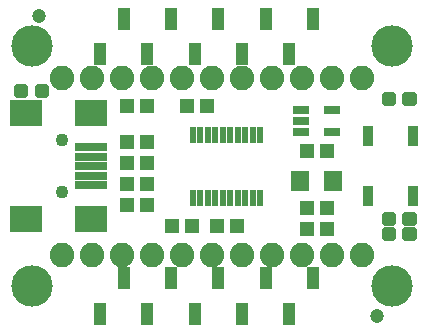
<source format=gbr>
G04 EAGLE Gerber RS-274X export*
G75*
%MOMM*%
%FSLAX34Y34*%
%LPD*%
%INSoldermask Top*%
%IPPOS*%
%AMOC8*
5,1,8,0,0,1.08239X$1,22.5*%
G01*
%ADD10R,1.053200X1.903200*%
%ADD11R,2.703200X0.703200*%
%ADD12R,2.703200X2.203200*%
%ADD13C,1.103200*%
%ADD14C,3.505200*%
%ADD15R,1.403200X0.753200*%
%ADD16R,1.603200X1.803200*%
%ADD17C,1.203200*%
%ADD18R,0.584200X1.346200*%
%ADD19R,1.303200X1.203200*%
%ADD20C,2.082800*%
%ADD21R,0.965200X1.727200*%
%ADD22C,0.505344*%


D10*
X83500Y234700D03*
X103500Y264700D03*
X123500Y234700D03*
X143500Y264700D03*
X163500Y234700D03*
X183500Y264700D03*
X203500Y234700D03*
X223500Y264700D03*
X243500Y234700D03*
X263500Y264700D03*
X83500Y14700D03*
X103500Y44700D03*
X123500Y14700D03*
X143500Y44700D03*
X163500Y14700D03*
X183500Y44700D03*
X203500Y14700D03*
X223500Y44700D03*
X243500Y14700D03*
X263500Y44700D03*
D11*
X75800Y139700D03*
X75800Y147700D03*
X75800Y123700D03*
X75800Y131700D03*
D12*
X20800Y94700D03*
X20800Y184700D03*
X75800Y94700D03*
X75800Y184700D03*
D11*
X75800Y155700D03*
D13*
X50800Y161700D03*
X50800Y117700D03*
D14*
X25400Y38100D03*
X25400Y241300D03*
X330200Y241300D03*
X330200Y38100D03*
D15*
X253699Y187300D03*
X253699Y177800D03*
X253699Y168300D03*
X279701Y168300D03*
X279701Y187300D03*
D16*
X252700Y127000D03*
X280700Y127000D03*
D17*
X317500Y12700D03*
X31750Y266700D03*
D18*
X193675Y112903D03*
X187325Y112903D03*
X180975Y112903D03*
X174625Y112903D03*
X168275Y112903D03*
X161925Y112903D03*
X200025Y112903D03*
X206375Y112903D03*
X212725Y112903D03*
X219075Y112903D03*
X187325Y166497D03*
X193675Y166497D03*
X200025Y166497D03*
X206375Y166497D03*
X212725Y166497D03*
X219075Y166497D03*
X180975Y166497D03*
X174625Y166497D03*
X168275Y166497D03*
X161925Y166497D03*
D19*
X105800Y142240D03*
X122800Y142240D03*
X105800Y124460D03*
X122800Y124460D03*
X105800Y106680D03*
X122800Y106680D03*
X105800Y160020D03*
X122800Y160020D03*
X105800Y190500D03*
X122800Y190500D03*
X173600Y190500D03*
X156600Y190500D03*
X258200Y104140D03*
X275200Y104140D03*
X258200Y86360D03*
X275200Y86360D03*
X182000Y88900D03*
X199000Y88900D03*
X160900Y88900D03*
X143900Y88900D03*
X275200Y152400D03*
X258200Y152400D03*
D20*
X50800Y214630D03*
X76200Y214630D03*
X101600Y214630D03*
X127000Y214630D03*
X152400Y214630D03*
X177800Y214630D03*
X203200Y214630D03*
X228600Y214630D03*
X254000Y214630D03*
X279400Y214630D03*
X304800Y214630D03*
X304800Y64770D03*
X279400Y64770D03*
X254000Y64770D03*
X228600Y64770D03*
X203200Y64770D03*
X177800Y64770D03*
X152400Y64770D03*
X127000Y64770D03*
X101600Y64770D03*
X76200Y64770D03*
X50800Y64770D03*
D21*
X347980Y165100D03*
X347980Y114300D03*
X309880Y165100D03*
X309880Y114300D03*
D22*
X341830Y98740D02*
X341830Y91760D01*
X341830Y98740D02*
X348810Y98740D01*
X348810Y91760D01*
X341830Y91760D01*
X341830Y96560D02*
X348810Y96560D01*
X324290Y98740D02*
X324290Y91760D01*
X324290Y98740D02*
X331270Y98740D01*
X331270Y91760D01*
X324290Y91760D01*
X324290Y96560D02*
X331270Y96560D01*
X20120Y199710D02*
X20120Y206690D01*
X20120Y199710D02*
X13140Y199710D01*
X13140Y206690D01*
X20120Y206690D01*
X20120Y204510D02*
X13140Y204510D01*
X37660Y206690D02*
X37660Y199710D01*
X30680Y199710D01*
X30680Y206690D01*
X37660Y206690D01*
X37660Y204510D02*
X30680Y204510D01*
X341830Y86040D02*
X341830Y79060D01*
X341830Y86040D02*
X348810Y86040D01*
X348810Y79060D01*
X341830Y79060D01*
X341830Y83860D02*
X348810Y83860D01*
X324290Y86040D02*
X324290Y79060D01*
X324290Y86040D02*
X331270Y86040D01*
X331270Y79060D01*
X324290Y79060D01*
X324290Y83860D02*
X331270Y83860D01*
X341830Y193360D02*
X341830Y200340D01*
X348810Y200340D01*
X348810Y193360D01*
X341830Y193360D01*
X341830Y198160D02*
X348810Y198160D01*
X324290Y200340D02*
X324290Y193360D01*
X324290Y200340D02*
X331270Y200340D01*
X331270Y193360D01*
X324290Y193360D01*
X324290Y198160D02*
X331270Y198160D01*
M02*

</source>
